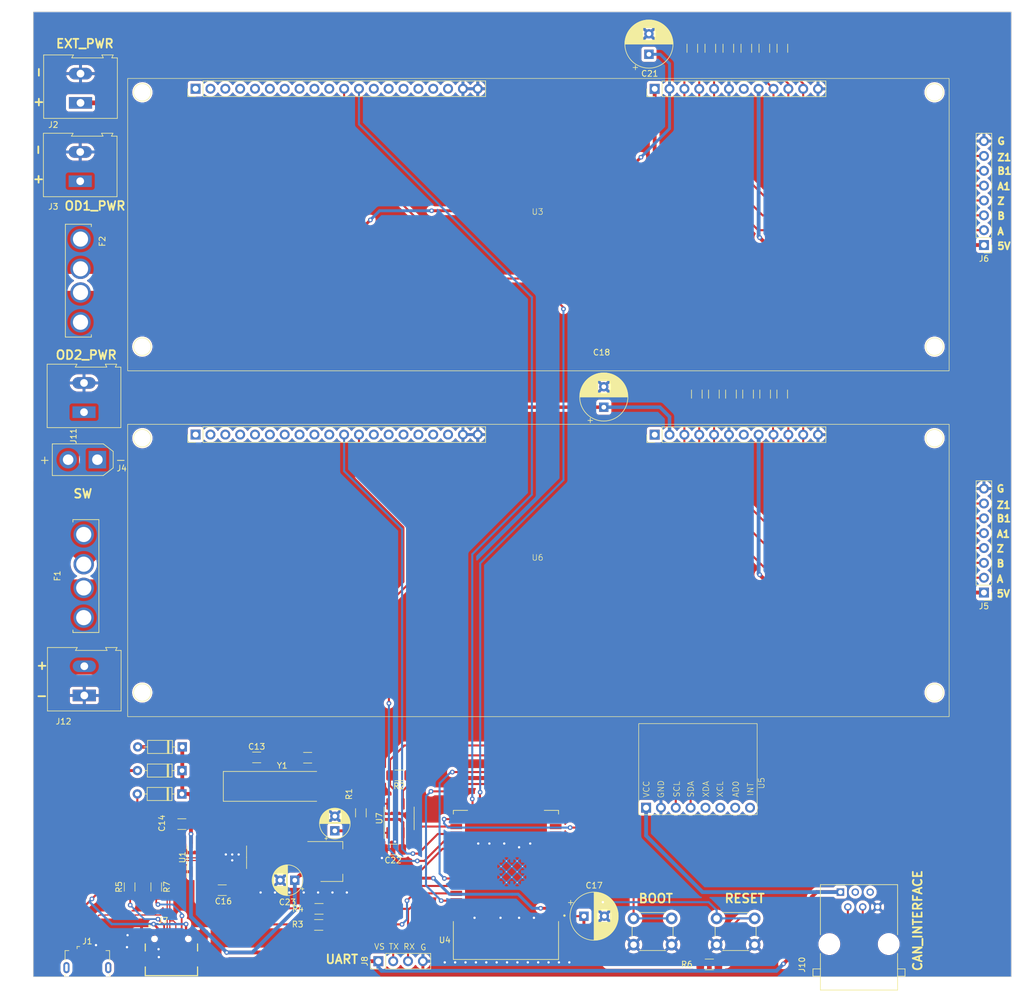
<source format=kicad_pcb>
(kicad_pcb (version 20221018) (generator pcbnew)
  (layers (0 "F.Cu" signal) (31 "B.Cu" signal) (34 "B.Paste" user) (35 "F.Paste" user) (36 "B.SilkS" user "B.Silkscreen") (37 "F.SilkS" user "F.Silkscreen") (38 "B.Mask" user) (39 "F.Mask" user) (44 "Edge.Cuts" user))
  (net 0 "")
  (net 1 "A")
  (net 2 "GND")
  (net 3 "B")
  (net 4 "Z")
  (net 5 "A1")
  (net 6 "B1")
  (net 7 "Z1")
  (net 8 "Net-(U1-XI)")
  (net 9 "VDD")
  (net 10 "VCC")
  (net 11 "Net-(U1-XO)")
  (net 12 "Net-(U1-V3)")
  (net 13 "Net-(U7-Rs)")
  (net 14 "H")
  (net 15 "/onFuse")
  (net 16 "/-")
  (net 17 "/+")
  (net 18 "TXp")
  (net 19 "RXp")
  (net 20 "Net-(U1-TXD)")
  (net 21 "Net-(U1-RXD)")
  (net 22 "EN")
  (net 23 "IO0")
  (net 28 "DTR")
  (net 29 "RST")
  (net 32 "+5V")
  (net 33 "RX1")
  (net 34 "TX1")
  (net 35 "SCL")
  (net 36 "SDA")
  (net 41 "L")
  (net 42 "CANr")
  (net 43 "CANt")
  (net 44 "+3V3")
  (net 46 "A2")
  (net 47 "B2")
  (net 48 "Z2")
  (net 49 "A12")
  (net 50 "B12")
  (net 51 "Z12")
  (net 69 "RX2")
  (net 70 "TX2")
  (net 109 "/fuse1")
  (net 110 "/fuse2")
  (net 112 "Net-(J7-CC2)")
  (net 113 "Net-(J7-CC1)")
  (net 115 "unconnected-(U3-Pad21)")
  (net 117 "+VDC")
  (net 120 "/junction1")
  (net 121 "/junction")
  (net 122 "+5C")
  (footprint "Connector_AMASS:AMASS_XT30UPB-M_1x02_P5.0mm_Vertical" (layer "F.Cu") (at 20.586 92.178 180)
    (fp_text reference "J4")
    (fp_text value "Conn_01x02_Pin" hide)
  )
  (footprint "Capacitor_SMD:C_1206_3216Metric_Pad1.33x1.80mm_HandSolder" (layer "F.Cu") (at 128.5 21.8125 90)
    (fp_text reference "C9" hide)
    (fp_text value "100n")
  )
  (footprint "Capacitor_SMD:C_1206_3216Metric_Pad1.33x1.80mm_HandSolder" (layer "F.Cu") (at 123.108 80.9625 90)
    (fp_text reference "C1" hide)
    (fp_text value "100n" hide)
  )
  (footprint "TerminalBlock:TerminalBlock_Altech_AK300-2_P5.00mm" (layer "F.Cu") (at 18.3 84.05 90)
    (fp_text reference "J11")
    (fp_text value "Screw_Terminal_01x02" hide)
  )
  (footprint "Resistor_SMD:R_1206_3216Metric_Pad1.30x1.75mm_HandSolder" (layer "F.Cu") (at 65.655 152.575 90)
    (fp_text reference "R1")
    (fp_text value "10k")
  )
  (footprint "Package_SO:SOIC-8_3.9x4.9mm_P1.27mm" (layer "F.Cu") (at 72.205 153.525 90)
    (fp_text reference "U7")
    (fp_text value "SN65HVD233")
  )
  (footprint "Capacitor_SMD:C_1206_3216Metric_Pad1.33x1.80mm_HandSolder" (layer "F.Cu") (at 131.871 80.9625 90)
    (fp_text reference "C4" hide)
    (fp_text value "100n" hide)
  )
  (footprint "Connector_PinHeader_2.54mm:PinHeader_1x08_P2.54mm_Vertical" (layer "F.Cu") (at 172.212 55.468 180)
    (fp_text reference "J6")
    (fp_text value "Conn_01x08_Pin" hide)
  )
  (footprint "SnapEDA Library:GCT_USB4110GFA" (layer "F.Cu") (at 33.25 174.1375)
    (fp_text reference "J7")
    (fp_text value "USB4110GFA")
  )
  (footprint "fulse_holder_blade:FUSE_3522-2" (layer "F.Cu") (at 17.33 61.56 -90)
    (fp_text reference "F2")
    (fp_text value "3522-2")
  )
  (footprint "Capacitor_SMD:C_1206_3216Metric_Pad1.33x1.80mm_HandSolder" (layer "F.Cu") (at 125.42 21.8125 90)
    (fp_text reference "C8" hide)
    (fp_text value "100n")
  )
  (footprint "Package_TO_SOT_SMD:SOT-223-3_TabPin2" (layer "F.Cu") (at 60.65 160.9)
    (fp_text reference "U2" hide)
    (fp_text value "AMS1117-3.3")
  )
  (footprint "Capacitor_SMD:C_1206_3216Metric_Pad1.33x1.80mm_HandSolder" (layer "F.Cu") (at 47.8325 143.1)
    (fp_text reference "C13")
    (fp_text value "22pF")
  )
  (footprint "Capacitor_THT:CP_Radial_D5.0mm_P2.50mm" (layer "F.Cu") (at 61.2 155.65 90)
    (fp_text reference "C24" hide)
    (fp_text value "22UF")
  )
  (footprint "MPU6050_MOD:MPU6050_MOD" (layer "F.Cu") (at 123.27 151.6 90)
    (fp_text reference "U5")
    (fp_text value "~")
  )
  (footprint "TerminalBlock:TerminalBlock_Altech_AK300-2_P5.00mm" (layer "F.Cu") (at 17.7 31.15 90)
    (fp_text reference "J2")
    (fp_text value "Screw_Terminal_01x02")
  )
  (footprint "Odrive_shield:Odrive_module_shield" (layer "F.Cu") (at 95.875 50.275)
    (fp_text reference "U3")
    (fp_text value "~")
  )
  (footprint "Capacitor_SMD:C_1206_3216Metric_Pad1.33x1.80mm_HandSolder" (layer "F.Cu") (at 35.0325 154.5 180)
    (fp_text reference "C14")
    (fp_text value "100nF")
  )
  (footprint "Diode_THT:D_DO-35_SOD27_P7.62mm_Horizontal" (layer "F.Cu") (at 35.11 141.3 180)
    (fp_text reference "D3" hide)
    (fp_text value "1N4148" hide)
  )
  (footprint "Capacitor_SMD:C_1206_3216Metric" (layer "F.Cu") (at 41.94 165.8)
    (fp_text reference "C16")
    (fp_text value "100nF")
  )
  (footprint "SnapEDA Library:MODULE_ESP32-WROOM-32" (layer "F.Cu") (at 90.465 164.9 180)
    (fp_text reference "U4")
    (fp_text value "ESP32-WROOM-32")
  )
  (footprint "Capacitor_THT:CP_Radial_D8.0mm_P3.50mm" (layer "F.Cu") (at 107.2 83.2 90)
    (fp_text reference "C18")
    (fp_text value "22UF")
  )
  (footprint "Resistor_SMD:R_1206_3216Metric_Pad1.30x1.75mm_HandSolder" (layer "F.Cu") (at 26.1 165.25 90)
    (fp_text reference "R5")
    (fp_text value "5.1K")
  )
  (footprint "Capacitor_SMD:C_1206_3216Metric_Pad1.33x1.80mm_HandSolder" (layer "F.Cu") (at 128.95 80.9625 90)
    (fp_text reference "C3" hide)
    (fp_text value "100n" hide)
  )
  (footprint "SnapEDA Library:TE_RJ11-6N-B" (layer "F.Cu") (at 147.67 166.13 90)
    (fp_text reference "J10")
    (fp_text value "RJ11-6N-B" hide)
  )
  (footprint "Capacitor_SMD:C_1206_3216Metric_Pad1.33x1.80mm_HandSolder" (layer "F.Cu") (at 137.713 80.9625 90)
    (fp_text reference "C6" hide)
    (fp_text value "100n" hide)
  )
  (footprint "Capacitor_THT:CP_Radial_D8.0mm_P3.50mm" (layer "F.Cu") (at 114.918 22.843349 90)
    (fp_text reference "C21")
    (fp_text value "22UF")
  )
  (footprint "Capacitor_SMD:C_1206_3216Metric_Pad1.33x1.80mm_HandSolder" (layer "F.Cu") (at 131.58 21.8125 90)
    (fp_text reference "C10" hide)
    (fp_text value "100n")
  )
  (footprint "Capacitor_THT:CP_Radial_D5.0mm_P2.50mm" (layer "F.Cu") (at 54.35 164.1 180)
    (fp_text reference "C23")
    (fp_text value "22UF")
  )
  (footprint "Capacitor_SMD:C_1206_3216Metric_Pad1.33x1.80mm_HandSolder" (layer "F.Cu") (at 122.34 21.8125 90)
    (fp_text reference "C7" hide)
    (fp_text value "100n")
  )
  (footprint "Resistor_SMD:R_1206_3216Metric_Pad1.30x1.75mm_HandSolder" (layer "F.Cu") (at 58.44 171.75)
    (fp_text reference "R3")
    (fp_text value "R" hide)
  )
  (footprint "TerminalBlock:TerminalBlock_Altech_AK300-2_P5.00mm" (layer "F.Cu") (at 18.35 132.5 90)
    (fp_text reference "J12")
    (fp_text value "Screw_Terminal_01x02" hide)
  )
  (footprint "Capacitor_SMD:C_1206_3216Metric_Pad1.33x1.80mm_HandSolder" (layer "F.Cu") (at 134.66 21.8125 90)
    (fp_text reference "C11" hide)
    (fp_text value "100n")
  )
  (footprint "Diode_THT:D_DO-35_SOD27_P7.62mm_Horizontal" (layer "F.Cu") (at 35.04 149.35 180)
    (fp_text reference "D1" hide)
    (fp_text value "1N4148" hide)
  )
  (footprint "Capacitor_SMD:C_1206_3216Metric_Pad1.33x1.80mm_HandSolder" (layer "F.Cu") (at 56.55 143.15 180)
    (fp_text reference "C15" hide)
    (fp_text value "22pF")
  )
  (footprint "Button_Switch_THT:SW_PUSH_6mm" (layer "F.Cu") (at 132.995 175.125 180)
    (fp_text reference "SW3" hide)
    (fp_text value "SW_DPST_x2" hide)
  )
  (footprint "Capacitor_SMD:C_1206_3216Metric_Pad1.33x1.80mm_HandSolder" (layer "F.Cu") (at 71.1585 158.846 180)
    (fp_text reference "C22")
    (fp_text value "100n")
  )
  (footprint "Resistor_SMD:R_1206_3216Metric_Pad1.30x1.75mm_HandSolder" (layer "F.Cu") (at 30.65 165.25 -90)
    (fp_text reference "R7")
    (fp_text value "5.1K")
  )
  (footprint "Resistor_SMD:R_1206_3216Metric_Pad1.30x1.75mm_HandSolder" (layer "F.Cu") (at 125.25 178.5 180)
    (fp_text reference "R6")
    (fp_text value "10K")
  )
  (footprint "TerminalBlock:TerminalBlock_Altech_AK300-2_P5.00mm" (layer "F.Cu") (at 17.65 44.55 90)
    (fp_text reference "J3")
    (fp_text value "Screw_Terminal_01x02" hide)
  )
  (footprint "Capacitor_SMD:C_1206_3216Metric_Pad1.33x1.80mm_HandSolder" (layer "F.Cu") (at 126.029 80.9625 90)
    (fp_text reference "C2" hide)
    (fp_text value "100n" hide)
  )
  (footprint "Button_Switch_THT:SW_PUSH_6mm" (layer "F.Cu") (at 112.295 170.625)
    (fp_text reference "SW4" hide)
    (fp_text value "SW_DPST_x2" hide)
  )
  (footprint "fulse_holder_blade:FUSE_3522-2" (layer "F.Cu") (at 18.62 112.08 90)
    (fp_text reference "F1")
    (fp_text value "3522-2")
  )
  (footprint "Connector_PinHeader_2.54mm:PinHeader_1x04_P2.54mm_Vertical" (layer "F.Cu") (at 68.64 177.95 90)
    (fp_text reference "J8")
    (fp_text value "Conn_01x04_Pin" hide)
  )
  (footprint "Odrive_shield:Odrive_module_shield" (layer "F.Cu") (at 95.875 109.425)
    (fp_text reference "U6")
    (fp_text value "~")
  )
  (footprint "Resistor_SMD:R_1206_3216Metric_Pad1.30x1.75mm_HandSolder" (layer "F.Cu") (at 58.49 169)
    (fp_text reference "R4")
    (fp_text value "R" hide)
  )
  (footprint "Diode_THT:D_DO-35_SOD27_P7.62mm_Horizontal" (layer "F.Cu") (at 35.06 145.35 180)
    (fp_text reference "D2" hide)
    (fp_text value "1N4148" hide)
  )
  (footprint "Connector_USB:USB_Micro-B_GCT_USB3076-30-A" (layer "F.Cu") (at 18.875 177.85)
    (fp_text reference "J1")
    (fp_text value "USB_B")
  )
  (footprint "Resistor_SMD:R_1206_3216Metric_Pad1.30x1.75mm_HandSolder" (layer "F.Cu") (at 72.19 146.175 180)
    (fp_text reference "R2")
    (fp_text value "R")
  )
  (footprint "Capacitor_SMD:C_1206_3216Metric_Pad1.33x1.80mm_HandSolder" (layer "F.Cu") (at 137.74 21.8125 90)
    (fp_text reference "C12" hide)
    (fp_text value "100n")
  )
  (footprint "Package_SO:SOIC-16_3.9x9.9mm_P1.27mm" (layer "F.Cu") (at 41.045 160.175 90)
    (fp_text reference "U1")
    (fp_text value "CH340G")
  )
  (footprint "Crystal:Crystal_SMD_HC49-SD_HandSoldering" (layer "F.Cu") (at 52.2 148.05)
    (fp_text reference "Y1")
    (fp_text value "Crystal")
  )
  (footprint "Capacitor_THT:CP_Radial_D8.0mm_P3.50mm" (layer "F.Cu") (at 103.797349 170.25)
    (fp_text reference "C17")
    (fp_text value "22UF")
  )
  (footprint "Capacitor_SMD:C_1206_3216Metric_Pad1.33x1.80mm_HandSolder" (layer "F.Cu") (at 134.792 80.9625 90)
    (fp_text reference "C5" hide)
    (fp_text value "100n" hide)
  )
  (footprint "Connector_PinHeader_2.54mm:PinHeader_1x08_P2.54mm_Vertical" (layer "F.Cu") (at 172.212 114.904 180)
    (fp_text reference "J5")
    (fp_text value "Conn_01x08_Pin" hide)
  )
  (gr_rect (start 9.6395 15.59) (end 176.9045 180.611) (stroke (width 0.1)) (fill none) (layer "Edge.Cuts"))
  (gr_text "A" (at 174.35 53.85) (layer "F.SilkS") (effects (font (size 1.2 1.2) (thickness 0.3) bold) (justify left bottom)))
  (gr_text "G" (at 174.35 38.4) (layer "F.SilkS") (effects (font (size 1.2 1.2) (thickness 0.3) bold) (justify left bottom)))
  (gr_text "VS" (at 67.85 176.05) (layer "F.SilkS") (effects (font (size 1 1) (thickness 0.125)) (justify left bottom)))
  (gr_text "+" (at 11.35 32.15 90) (layer "F.SilkS") (effects (font (size 1.5 1.5) (thickness 0.3) bold) (justify left bottom)))
  (gr_text "RESET" (at 127.7 168.1) (layer "F.SilkS") (effects (font (size 1.5 1.5) (thickness 0.3) bold) (justify left bottom)))
  (gr_text "CAN_INTERFACE\n" (at 161.75 179.8 90) (layer "F.SilkS") (effects (font (size 1.5 1.5) (thickness 0.3) bold) (justify left bottom)))
  (gr_text "Z1" (at 174.35 41.2) (layer "F.SilkS") (effects (font (size 1.2 1.2) (thickness 0.3) bold) (justify left bottom)))
  (gr_text "-" (at 11.35 27.05 90) (layer "F.SilkS") (effects (font (size 1.5 1.5) (thickness 0.3) bold) (justify left bottom)))
  (gr_text "+" (at 10 128.2) (layer "F.SilkS") (effects (font (size 1.5 1.5) (thickness 0.3) bold) (justify left bottom)))
  (gr_text "G" (at 75.75 176.15) (layer "F.SilkS") (effects (font (size 1 1) (thickness 0.125)) (justify left bottom)))
  (gr_text "UART\n" (at 59.45 178.5) (layer "F.SilkS") (effects (font (size 1.5 1.5) (thickness 0.3) bold) (justify left bottom)))
  (gr_text "A1" (at 174.25 105.6) (layer "F.SilkS") (effects (font (size 1.2 1.2) (thickness 0.3) bold) (justify left bottom)))
  (gr_text "5V" (at 174.25 115.8) (layer "F.SilkS") (effects (font (size 1.2 1.2) (thickness 0.3) bold) (justify left bottom)))
  (gr_text "-" (at 11.25 40.3 90) (layer "F.SilkS") (effects (font (size 1.5 1.5) (thickness 0.3) bold) (justify left bottom)))
  (gr_text "RX" (at 72.85 176.05) (layer "F.SilkS") (effects (font (size 1 1) (thickness 0.125)) (justify left bottom)))
  (gr_text "OD2_PWR" (at 13.3 75.15) (layer "F.SilkS") (effects (font (size 1.5 1.5) (thickness 0.3) bold) (justify left bottom)))
  (gr_text "-" (at 9.95 133.4) (layer "F.SilkS") (effects (font (size 1.5 1.5) (thickness 0.3) bold) (justify left bottom)))
  (gr_text "A" (at 174.25 113.3) (layer "F.SilkS") (effects (font (size 1.2 1.2) (thickness 0.3) bold) (justify left bottom)))
  (gr_text "B" (at 174.35 51.2) (layer "F.SilkS") (effects (font (size 1.2 1.2) (thickness 0.3) bold) (justify left bottom)))
  (gr_text "G" (at 174.25 97.85) (layer "F.SilkS") (effects (font (size 1.2 1.2) (thickness 0.3) bold) (justify left bottom)))
  (gr_text "Z1" (at 174.25 100.65) (layer "F.SilkS") (effects (font (size 1.2 1.2) (thickness 0.3) bold) (justify left bottom)))
  (gr_text "BOOT" (at 113 168.1) (layer "F.SilkS") (effects (font (size 1.5 1.5) (thickness 0.3) bold) (justify left bottom)))
  (gr_text "EXT_PWR" (at 13.35 21.9) (layer "F.SilkS") (effects (font (size 1.5 1.5) (thickness 0.3) bold) (justify left bottom)))
  (gr_text "B" (at 174.25 110.65) (layer "F.SilkS") (effects (font (size 1.2 1.2) (thickness 0.3) bold) (justify left bottom)))
  (gr_text "Z" (at 174.35 48.65) (layer "F.SilkS") (effects (font (size 1.2 1.2) (thickness 0.3) bold) (justify left bottom)))
  (gr_text "5V" (at 174.35 56.35) (layer "F.SilkS") (effects (font (size 1.2 1.2) (thickness 0.3) bold) (justify left bottom)))
  (gr_text "B1" (at 174.25 102.95) (layer "F.SilkS") (effects (font (size 1.2 1.2) (thickness 0.3) bold) (justify left bottom)))
  (gr_text "B1" (at 174.35 43.5) (layer "F.SilkS") (effects (font (size 1.2 1.2) (thickness 0.3) bold) (justify left bottom)))
  (gr_text "+" (at 11.3 45.35 90) (layer "F.SilkS") (effects (font (size 1.5 1.5) (thickness 0.3) bold) (justify left bottom)))
  (gr_text "Z" (at 174.25 108.1) (layer "F.SilkS") (effects (font (size 1.2 1.2) (thickness 0.3) bold) (justify left bottom)))
  (gr_text "TX" (at 70.35 176.05) (layer "F.SilkS") (effects (font (size 1 1) (thickness 0.125)) (justify left bottom)))
  (gr_text "OD1_PWR" (at 14.8 49.65) (layer "F.SilkS") (effects (font (size 1.5 1.5) (thickness 0.3) bold) (justify left bottom)))
  (gr_text "A1" (at 174.35 46.15) (layer "F.SilkS") (effects (font (size 1.2 1.2) (thickness 0.3) bold) (justify left bottom)))
  (segment (start 120.98 87.9) (end 120.98 96.946) (width 0.35) (layer "F.Cu") (net 1))
  (segment (start 136.398 112.364) (end 172.212 112.364) (width 0.35) (layer "F.Cu") (net 1))
  (segment (start 123.108 83.744) (end 120.98 85.872) (width 0.35) (layer "F.Cu") (net 1))
  (segment (start 123.108 82.525) (end 123.108 83.744) (width 0.35) (layer "F.Cu") (net 1))
  (segment (start 120.98 85.872) (end 120.98 87.9) (width 0.35) (layer "F.Cu") (net 1))
  (segment (start 120.98 96.946) (end 136.398 112.364) (width 0.35) (layer "F.Cu") (net 1))
  (segment (start 71.57 156) (end 71.57 157.43) (width 0.35) (layer "F.Cu") (net 2))
  (segment (start 20.175 175.375) (end 20.35 175.2) (width 0.4) (layer "F.Cu") (net 2))
  (segment (start 30.05 173.0625) (end 28.715 173.0625) (width 0.4) (layer "F.Cu") (net 2))
  (segment (start 69.596 159.954) (end 69.25 160.3) (width 0.35) (layer "F.Cu") (net 2))
  (segment (start 71.57 157.43) (end 71.5 157.5) (width 0.35) (layer "F.Cu") (net 2))
  (segment (start 20.175 176.4) (end 20.175 175.375) (width 0.4) (layer "F.Cu") (net 2))
  (segment (start 19.525 176.4) (end 20.175 176.4) (width 0.4) (layer "F.Cu") (net 2))
  (segment (start 36.45 173.0625) (end 37.785 173.0625) (width 0.35) (layer "F.Cu") (net 2))
  (segment (start 69.596 158.846) (end 69.596 159.954) (width 0.35) (layer "F.Cu") (net 2))
  (segment (start 28.715 173.0625) (end 28.14 173.6375) (width 0.4) (layer "F.Cu") (net 2))
  (segment (start 37.785 173.0625) (end 38.36 173.6375) (width 0.35) (layer "F.Cu") (net 2))
  (via (at 94.2 178.15) (size 0.8) (drill 0.4) (layers "F.Cu" "B.Cu") (net 2))
  (via (at 60.791665 166.2) (size 0.8) (drill 0.4) (layers "F.Cu" "B.Cu") (net 2))
  (via (at 25.65 175.55) (size 0.8) (drill 0.4) (layers "F.Cu" "B.Cu") (net 2))
  (via (at 87.1 178.15) (size 0.8) (drill 0.4) (layers "F.Cu" "B.Cu") (net 2))
  (via (at 69.25 160.3) (size 0.8) (drill 0.4) (layers "F.Cu" "B.Cu") (net 2))
  (via (at 80 178.15) (size 0.8) (drill 0.4) (layers "F.Cu" "B.Cu") (net 2))
  (via (at 43.65 159.7) (size 0.8) (drill 0.4) (layers "F.Cu" "B.Cu") (net 2))
  (via (at 48.5 166.2) (size 0.8) (drill 0.4) (layers "F.Cu" "B.Cu") (net 2))
  (via (at 25.75 173.5) (size 0.8) (drill 0.4) (layers "F.Cu" "B.Cu") (net 2))
  (via (at 92.71 170.53) (size 0.8) (drill 0.4) (layers "F.Cu" "B.Cu") (net 2))
  (via (at 92.71 158.465) (size 0.8) (drill 0.4) (layers "F.Cu" "B.Cu") (net 2))
  (via (at 95.25 170.53) (size 0.8) (drill 0.4) (layers "F.Cu" "B.Cu") (net 2))
  (via (at 31.1 177.25) (size 0.8) (drill 0.4) (layers "F.Cu" "B.Cu") (net 2))
  (via (at 50.958333 166.2) (size 0.8) (drill 0.4) (layers "F.Cu" "B.Cu") (net 2))
  (via (at 88.875 178.15) (size 0.8) (drill 0.4) (layers "F.Cu" "B.Cu") (net 2))
  (via (at 83.55 178.15) (size 0.8) (drill 0.4) (layers "F.Cu" "B.Cu") (net 2))
  (via (at 90.65 178.15) (size 0.8) (drill 0.4) (layers "F.Cu" "B.Cu") (net 2))
  (via (at 42.554589 159.694034) (size 0.8) (drill 0.4) (layers "F.Cu" "B.Cu") (net 2))
  (via (at 85.325 178.15) (size 0.8) (drill 0.4) (layers "F.Cu" "B.Cu") (net 2))
  (via (at 55.874999 166.2) (size 0.8) (drill 0.4) (layers "F.Cu" "B.Cu") (net 2))
  (via (at 53.416666 166.2) (size 0.8) (drill 0.4) (layers "F.Cu" "B.Cu") (net 2))
  (via (at 92.425 178.15) (size 0.8) (drill 0.4) (layers "F.Cu" "B.Cu") (net 2))
  (via (at 63.25 166.2) (size 0.8) (drill 0.4) (layers "F.Cu" "B.Cu") (net 2))
  (via (at 85.725 157.83) (size 0.8) (drill 0.4) (layers "F.Cu" "B.Cu") (net 2))
  (via (at 85.09 170.53) (size 0.8) (drill 0.4) (layers "F.Cu" "B.Cu") (net 2))
  (via (at 71.5 157.5) (size 0.8) (drill 0.4) (layers "F.Cu" "B.Cu") (net 2))
  (via (at 97.75 178.15) (size 0.8) (drill 0.4) (layers "F.Cu" "B.Cu") (net 2))
  (via (at 31.05 175.9) (size 0.8) (drill 0.4) (layers "F.Cu" "B.Cu") (net 2))
  (via (at 87.63 157.83) (size 0.8) (drill 0.4) (layers "F.Cu" "B.Cu") (net 2))
  (via (at 43.65 160.7) (size 0.8) (drill 0.4) (layers "F.Cu" "B.Cu") (net 2))
  (via (at 58.333332 166.2) (size 0.8) (drill 0.4) (layers "F.Cu" "B.Cu") (net 2))
  (via (at 20.35 175.2) (size 0.8) (drill 0.4) (layers "F.Cu" "B.Cu") (net 2))
  (via (at 99.525 178.15) (size 0.8) (drill 0.4) (layers "F.Cu" "B.Cu") (net 2))
  (via (at 95.975 178.15) (size 0.8) (drill 0.4) (layers "F.Cu" "B.Cu") (net 2))
  (via (at 101.3 178.15) (size 0.8) (drill 0.4) (layers "F.Cu" "B.Cu") (net 2))
  (via (at 90.17 157.83) (size 0.8) (drill 0.4) (layers "F.Cu" "B.Cu") (net 2))
  (via (at 94.615 157.83) (size 0.8) (drill 0.4) (layers "F.Cu" "B.Cu") (net 2))
  (via (at 81.775 178.15) (size 0.8) (drill 0.4) (layers "F.Cu" "B.Cu") (net 2))
  (via (at 44.75 159.7) (size 0.8) (drill 0.4) (layers "F.Cu" "B.Cu") (net 2))
  (via (at 89.535 170.53) (size 0.8) (drill 0.4) (layers "F.Cu" "B.Cu") (net 2))
  (segment (start 126.029 83.617) (end 123.52 86.126) (width 0.35) (layer "F.Cu") (net 3))
  (segment (start 137.922 109.824) (end 172.212 109.824) (width 0.35) (layer "F.Cu") (net 3))
  (segment (start 126.029 82.525) (end 126.029 83.617) (width 0.35) (layer "F.Cu") (net 3))
  (segment (start 123.52 86.126) (end 123.52 87.9) (width 0.35) (layer "F.Cu") (net 3))
  (segment (start 123.52 87.9) (end 123.52 95.422) (width 0.35) (layer "F.Cu") (net 3))
  (segment (start 123.52 95.422) (end 137.922 109.824) (width 0.35) (layer "F.Cu") (net 3))
  (segment (start 126.06 94.152) (end 139.192 107.284) (width 0.35) (layer "F.Cu") (net 4))
  (segment (start 128.222 84.678) (end 127.072 84.678) (width 0.35) (layer "F.Cu") (net 4))
  (segment (start 126.06 85.69) (end 126.06 87.9) (width 0.35) (layer "F.Cu") (net 4))
  (segment (start 128.95 82.525) (end 128.95 83.95) (width 0.35) (layer "F.Cu") (net 4))
  (segment (start 127.072 84.678) (end 126.06 85.69) (width 0.35) (layer "F.Cu") (net 4))
  (segment (start 126.06 87.9) (end 126.06 94.152) (width 0.35) (layer "F.Cu") (net 4))
  (segment (start 139.192 107.284) (end 172.212 107.284) (width 0.35) (layer "F.Cu") (net 4))
  (segment (start 128.95 83.95) (end 128.222 84.678) (width 0.35) (layer "F.Cu") (net 4))
  (segment (start 131.871 82.525) (end 131.871 84.215) (width 0.35) (layer "F.Cu") (net 5))
  (segment (start 131.871 84.215) (end 133.096 85.44) (width 0.35) (layer "F.Cu") (net 5))
  (segment (start 136.22 93.39) (end 147.574 104.744) (width 0.35) (layer "F.Cu") (net 5))
  (segment (start 135.382 85.44) (end 136.144 86.202) (width 0.35) (layer "F.Cu") (net 5))
  (segment (start 133.096 85.44) (end 135.382 85.44) (width 0.35) (layer "F.Cu") (net 5))
  (segment (start 136.22 87.9) (end 136.22 93.39) (width 0.35) (layer "F.Cu") (net 5))
  (segment (start 136.144 86.202) (end 136.144 87.824) (width 0.35) (layer "F.Cu") (net 5))
  (segment (start 147.574 104.744) (end 172.212 104.744) (width 0.35) (layer "F.Cu") (net 5))
  (segment (start 136.144 87.824) (end 136.22 87.9) (width 0.35) (layer "F.Cu") (net 5))
  (segment (start 138.76 87.9) (end 138.76 92.628) (width 0.35) (layer "F.Cu") (net 6))
  (segment (start 138.76 85.77) (end 138.76 87.9) (width 0.35) (layer "F.Cu") (net 6))
  (segment (start 135.382 84.424) (end 137.414 84.424) (width 0.35) (layer "F.Cu") (net 6))
  (segment (start 134.792 83.834) (end 135.382 84.424) (width 0.35) (layer "F.Cu") (net 6))
  (segment (start 138.76 92.628) (end 148.336 102.204) (width 0.35) (layer "F.Cu") (net 6))
  (segment (start 134.792 82.525) (end 134.792 83.834) (width 0.35) (layer "F.Cu") (net 6))
  (segment (start 148.336 102.204) (end 172.212 102.204) (width 0.35) (layer "F.Cu") (net 6))
  (segment (start 137.414 84.424) (end 138.76 85.77) (width 0.35) (layer "F.Cu") (net 6))
  (segment (start 141.3 83.738) (end 141.3 87.9) (width 0.35) (layer "F.Cu") (net 7))
  (segment (start 141.3 87.9) (end 141.3 92.12) (width 0.35) (layer "F.Cu") (net 7))
  (segment (start 148.844 99.664) (end 172.212 99.664) (width 0.35) (layer "F.Cu") (net 7))
  (segment (start 137.713 82.525) (end 140.087 82.525) (width 0.35) (layer "F.Cu") (net 7))
  (segment (start 141.3 92.12) (end 148.844 99.664) (width 0.35) (layer "F.Cu") (net 7))
  (segment (start 140.087 82.525) (end 141.3 83.738) (width 0.35) (layer "F.Cu") (net 7))
  (segment (start 46.325 152.875) (end 47.69 154.24) (width 0.35) (layer "F.Cu") (net 8))
  (segment (start 46.2625 148.05) (end 46.325 148.1125) (width 0.35) (layer "F.Cu") (net 8))
  (segment (start 46.27 143.1) (end 46.325 143.155) (width 0.35) (layer "F.Cu") (net 8))
  (segment (start 46.325 147.9875) (end 46.2625 148.05) (width 0.35) (layer "F.Cu") (net 8))
  (segment (start 47.69 158.05) (end 44.22 161.52) (width 0.35) (layer "F.Cu") (net 8))
  (segment (start 46.325 143.155) (end 46.325 147.9875) (width 0.35) (layer "F.Cu") (net 8))
  (segment (start 46.325 148.1125) (end 46.325 152.875) (width 0.35) (layer "F.Cu") (net 8))
  (segment (start 44.22 161.52) (end 44.22 162.65) (width 0.35) (layer "F.Cu") (net 8))
  (segment (start 47.69 154.24) (end 47.69 158.05) (width 0.35) (layer "F.Cu") (net 8))
  (segment (start 31.3 80.8) (end 28 84.1) (width 0.8) (layer "F.Cu") (net 9))
  (segment (start 28 84.1) (end 27.978 84.078) (width 0.8) (layer "F.Cu") (net 9))
  (segment (start 31.3 38.6) (end 31.3 80.8) (width 0.8) (layer "F.Cu") (net 9))
  (segment (start 18.328 84.078) (end 18.3 84.05) (width 0.8) (layer "F.Cu") (net 9))
  (segment (start 17.7 31.15) (end 23.85 31.15) (width 0.8) (layer "F.Cu") (net 9))
  (segment (start 23.85 31.15) (end 31.3 38.6) (width 0.8) (layer "F.Cu") (net 9))
  (segment (start 27.978 84.078) (end 18.328 84.078) (width 0.8) (layer "F.Cu") (net 9))
  (segment (start 142.748 173.578) (end 137.922 178.404) (width 0.65) (layer "F.Cu") (net 10))
  (segment (start 42.7 176.45) (end 54.3 176.45) (width 0.65) (layer "F.Cu") (net 10))
  (segment (start 147.67 166.13) (end 143.592 166.13) (width 0.65) (layer "F.Cu") (net 10))
  (segment (start 35.11 141.3) (end 35.11 149.28) (width 0.65) (layer "F.Cu") (net 10))
  (segment (start 55.8 177.95) (end 68.64 177.95) (width 0.65) (layer "F.Cu") (net 10))
  (segment (start 36.595 149.655) (end 36.595 154.5) (width 0.65) (layer "F.Cu") (net 10))
  (segment (start 54.3 176.45) (end 55.8 177.95) (width 0.65) (layer "F.Cu") (net 10))
  (segment (start 142.748 166.974) (end 142.748 173.578) (width 0.65) (layer "F.Cu") (net 10))
  (segment (start 36.595 157.695) (end 36.6 157.7) (width 0.65) (layer "F.Cu") (net 10))
  (segment (start 36.595 156.2) (end 36.595 157.695) (width 0.65) (layer "F.Cu") (net 10))
  (segment (start 36.29 149.35) (end 36.595 149.655) (width 0.65) (layer "F.Cu") (net 10))
  (segment (start 36.595 154.5) (end 36.595 156.2) (width 0.65) (layer "F.Cu") (net 10))
  (segment (start 55.25 163.2) (end 54.35 164.1) (width 0.65) (layer "F.Cu") (net 10))
  (segment (start 143.592 166.13) (end 142.748 166.974) (width 0.65) (layer "F.Cu") (net 10))
  (segment (start 35.11 149.28) (end 35.04 149.35) (width 0.65) (layer "F.Cu") (net 10))
  (segment (start 57.5 163.2) (end 55.25 163.2) (width 0.65) (layer "F.Cu") (net 10))
  (segment (start 35.04 149.35) (end 36.29 149.35) (width 0.65) (layer "F.Cu") (net 10))
  (via (at 137.922 178.404) (size 0.8) (drill 0.4) (layers "F.Cu" "B.Cu") (net 10))
  (via (at 42.7 176.45) (size 0.8) (drill 0.4) (layers "F.Cu" "B.Cu") (net 10))
  (via (at 36.595 156.2) (size 0.8) (drill 0.4) (layers "F.Cu" "B.Cu") (net 10))
  (segment (start 36.59 170.34) (end 36.59 156.205) (width 0.65) (layer "B.Cu") (net 10))
  (segment (start 69.2 179.6) (end 68.64 179.04) (width 0.65) (layer "B.Cu") (net 10))
  (segment (start 124.08 166.13) (end 147.67 166.13) (width 0.65) (layer "B.Cu") (net 10))
  (segment (start 47.1 176.45) (end 54.35 169.2) (width 0.65) (layer "B.Cu") (net 10))
  (segment (start 42.7 176.45) (end 47.1 176.45) (width 0.65) (layer "B.Cu") (net 10))
  (segment (start 36.59 156.205) (end 36.595 156.2) (width 0.65) (layer "B.Cu") (net 10))
  (segment (start 54.35 169.2) (end 54.35 164.1) (width 0.65) (layer "B.Cu") (net 10))
  (segment (start 68.64 179.04) (end 68.64 177.95) (width 0.65) (layer "B.Cu") (net 10))
  (segment (start 114.43 151.7) (end 114.43 156.48) (width 0.65) (layer "B.Cu") (net 10))
  (segment (start 137.922 178.404) (end 136.726 179.6) (width 0.65) (layer "B.Cu") (net 10))
  (segment (start 42.7 176.45) (end 36.59 170.34) (width 0.65) (layer "B.Cu") (net 10))
  (segment (start 114.43 156.48) (end 124.08 166.13) (width 0.65) (layer "B.Cu") (net 10))
  (segment (start 136.726 179.6) (end 69.2 179.6) (width 0.65) (layer "B.Cu") (net 10))
  (segment (start 58.2 148.1125) (end 58.2 152.85) (width 0.35) (layer "F.Cu") (net 11))
  (segment (start 58.1375 148.05) (end 58.2 148.1125) (width 0.35) (layer "F.Cu") (net 11))
  (segment (start 46.54 160.25) (end 45.49 161.3) (width 0.35) (layer "F.Cu") (net 11))
  (segment (start 58.1125 143.15) (end 58.2 143.2375) (width 0.35) (layer "F.Cu") (net 11))
  (segment (start 50.8 160.25) (end 46.54 160.25) (width 0.35) (layer "F.Cu") (net 11))
  (segment (start 58.2 147.9875) (end 58.1375 148.05) (width 0.35) (layer "F.Cu") (net 11))
  (segment (start 45.49 161.3) (end 45.49 162.65) (width 0.35) (layer "F.Cu") (net 11))
  (segment (start 58.2 143.2375) (end 58.2 147.9875) (width 0.35) (layer "F.Cu") (net 11))
  (segment (start 58.2 152.85) (end 50.8 160.25) (width 0.35) (layer "F.Cu") (net 11))
  (segment (start 40.465 165.8) (end 40.39 165.725) (width 0.55) (layer "F.Cu") (net 12))
  (segment (start 40.39 165.725) (end 40.39 162.67) (width 0.55) (layer "F.Cu") (net 12))
  (segment (start 40.39 162.67) (end 40.41 162.65) (width 0.55) (layer "F.Cu") (net 12))
  (segment (start 65.655 151.025) (end 70.275 151.025) (width 0.35) (layer "F.Cu") (net 13))
  (segment (start 70.275 151.025) (end 70.3 151.05) (width 0.35) (layer "F.Cu") (net 13))
  (segment (start 158.6 164.55) (end 135.1 141.05) (width 0.35) (layer "F.Cu") (net 14))
  (segment (start 148.94 168.67) (end 148.94 170.24) (width 0.35) (layer "F.Cu") (net 14))
  (segment (start 71.57 151.05) (end 71.57 148.83) (width 0.35) (layer "F.Cu") (net 14))
  (segment (start 70.64 147.9) (end 70.64 146.175) (width 0.35) (layer "F.Cu") (net 14))
  (segment (start 73.1 141.05) (end 70.64 143.51) (width 0.35) (layer "F.Cu") (net 14))
  (segment (start 70.64 143.51) (end 70.64 146.175) (width 0.35) (layer "F.Cu") (net 14))
  (segment (start 148.94 170.24) (end 151 172.3) (width 0.35) (layer "F.Cu") (net 14))
  (segment (start 135.1 141.05) (end 73.1 141.05) (width 0.35) (layer "F.Cu") (net 14))
  (segment (start 71.57 148.83) (end 70.64 147.9) (width 0.35) (layer "F.Cu") (net 14))
  (segment (start 158.6 170.5) (end 158.6 164.55) (width 0.35) (layer "F.Cu") (net 14))
  (segment (start 151 172.3) (end 156.8 172.3) (width 0.35) (layer "F.Cu") (net 14))
  (segment (start 156.8 172.3) (end 158.6 170.5) (width 0.35) (layer "F.Cu") (net 14))
  (segment (start 32.475 170.05) (end 32.525 170.1) (width 0.2) (layer "F.Cu") (net 16))
  (segment (start 34.0468 160.275) (end 42.165 160.275) (width 0.2) (layer "F.Cu") (net 16))
  (segment (start 33.5 173.0625) (end 33.5 174.4) (width 0.2) (layer "F.Cu") (net 16))
  (segment (start 32.75 174.6) (end 32.5 174.35) (width 0.2) (layer "F.Cu") (net 16))
  (segment (start 32.5 174.35) (end 32.5 173.0625) (width 0.2) (layer "F.Cu") (net 16))
  (segment (start 32.525 169.9) (end 32.525 161.7968) (width 0.2) (layer "F.Cu") (net 16))
  (segment (start 20.9 170.05) (end 32.475 170.05) (width 0.2) (layer "F.Cu") (net 16))
  (segment (start 32.525 170.1) (end 32.525 169.9) (width 0.2) (layer "F.Cu") (net 16))
  (segment (start 32.525 172.174999) (end 32.525 169.9) (width 0.2) (layer "F.Cu") (net 16))
  (segment (start 32.5 173.0625) (end 32.5 172.199999) (width 0.2) (layer "F.Cu") (net 16))
  (segment (start 42.95 161.06) (end 42.95 162.65) (width 0.2) (layer "F.Cu") (net 16))
  (segment (start 18.225 176.4) (end 18.225 172.725) (width 0.2) (layer "F.Cu") (net 16))
  (segment (start 33.3 174.6) (end 32.75 174.6) (width 0.2) (layer "F.Cu") (net 16))
  (segment (start 42.165 160.275) (end 42.95 161.06) (width 0.2) (layer "F.Cu") (net 16))
  (segment (start 33.5 174.4) (end 33.3 174.6) (width 0.2) (layer "F.Cu") (net 16))
  (segment (start 32.525 161.7968) (end 34.0468 160.275) (width 0.2) (layer "F.Cu") (net 16))
  (segment (start 32.5 172.199999) (end 32.525 172.174999) (width 0.2) (layer "F.Cu") (net 16))
  (segment (start 18.225 172.725) (end 20.9 170.05) (width 0.2) (layer "F.Cu") (net 16))
  (segment (start 33 173.0625) (end 33 172.199999) (width 0.2) (layer "F.Cu") (net 17))
  (segment (start 34.2332 160.725) (end 41.449314 160.725) (width 0.2) (layer "F.Cu") (net 17))
  (segment (start 34 171.45) (end 33.6 171.05) (width 0.2) (layer "F.Cu") (net 17))
  (segment (start 33.6 171.05) (end 33.025 171.05) (width 0.2) (layer "F.Cu") (net 17))
  (segment (start 31.55 179.7) (end 25.55 179.7) (width 0.2) (layer "F.Cu") (net 17))
  (segment (start 32.975 172.174999) (end 32.975 171) (width 0.2) (layer "F.Cu") (net 17))
  (segment (start 34 177.25) (end 31.55 179.7) (width 0.2) (layer "F.Cu") (net 17))
  (segment (start 25.55 179.7) (end 24.375 178.525) (width 0.2) (layer "F.Cu") (net 17))
  (segment (start 32.975 171) (end 32.975 161.9832) (width 0.2) (layer "F.Cu") (net 17))
  (segment (start 34 173.0625) (end 34 171.45) (width 0.2) (layer "F.Cu") (net 17))
  (segment (start 32.975 161.9832) (end 34.2332 160.725) (width 0.2) (layer "F.Cu") (net 17))
  (segment (start 41.68 160.955686) (end 41.68 162.65) (width 0.2) (layer "F.Cu") (net 17))
  (segment (start 24.375 174.675) (end 23.35 173.65) (width 0.2) (layer "F.Cu") (net 17))
  (segment (start 41.449314 160.725) (end 41.68 160.955686) (width 0.2) (layer "F.Cu") (net 17))
  (segment (start 33 172.199999) (end 32.975 172.174999) (width 0.2) (layer "F.Cu") (net 17))
  (segment (start 33.025 171.05) (end 32.975 171) (width 0.2) (layer "F.Cu") (net 17))
  (segment (start 20 173.65) (end 18.875 174.775) (width 0.2) (layer "F.Cu") (net 17))
  (segment (start 34 173.0625) (end 34 177.25) (width 0.2) (layer "F.Cu") (net 17))
  (segment (start 24.375 178.525) (end 24.375 174.675) (width 0.2) (layer "F.Cu") (net 17))
  (segment (start 18.875 174.775) (end 18.875 176.4) (width 0.2) (layer "F.Cu") (net 17))
  (segment (start 23.35 173.65) (end 20 173.65) (width 0.2) (layer "F.Cu") (net 17))
  (segment (start 71.18 177.95) (end 71.18 171.71) (width 0.35) (layer "F.Cu") (net 18))
  (segment (start 60.09 171.65) (end 59.99 171.75) (width 0.35) (layer "F.Cu") (net 18))
  (segment (start 81.965 165.08) (end 76.06 165.08) (width 0.35) (layer "F.Cu") (net 18))
  (segment (start 72.69 171.65) (end 71.24 171.65) (width 0.35) (layer "F.Cu") (net 18))
  (segment (start 71.18 171.71) (end 71.24 171.65) (width 0.35) (layer "F.Cu") (net 18))
  (segment (start 76.06 165.08) (end 73.54 167.6) (width 0.35) (layer "F.Cu") (net 18))
  (segment (start 71.24 171.65) (end 60.09 171.65) (width 0.35) (layer "F.Cu") (net 18))
  (via (at 73.54 167.6) (size 0.8) (drill 0.4) (layers "F.Cu" "B.Cu") (net 18))
  (via (at 72.69 171.65) (size 0.8) (drill 0.4) (layers "F.Cu" "B.Cu") (net 18))
  (segment (start 72.69 171.65) (end 73.54 170.8) (width 0.35) (layer "B.Cu") (net 18))
  (segment (start 73.54 170.8) (end 73.54 167.6) (width 0.35) (layer "B.Cu") (net 18))
  (segment (start 73.72 177.95) (end 73.72 169.03) (width 0.35) (layer "F.Cu") (net 19))
  (segment (start 73.69 169) (end 73.94 169) (width 0.35) (layer "F.Cu") (net 19))
  (segment (start 60.04 169) (end 73.69 169) (width 0.35) (layer "F.Cu") (net 19))
  (segment (start 73.94 169) (end 76.59 166.35) (width 0.35) (layer "F.Cu") (net 19))
  (segment (start 73.72 169.03) (end 73.69 169) (width 0.35) (layer "F.Cu") (net 19))
  (segment (start 76.59 166.35) (end 81.965 166.35) (width 0.35) (layer "F.Cu") (net 19))
  (segment (start 41.89 171.65) (end 37.87 167.63) (width 0.35) (layer "F.Cu") (net 20))
  (segment (start 56.79 171.65) (end 41.89 171.65) (width 0.35) (layer "F.Cu") (net 20))
  (segment (start 37.87 167.63) (end 37.87 162.65) (width 0.35) (layer "F.Cu") (net 20))
  (segment (start 56.89 171.75) (end 56.79 171.65) (width 0.35) (layer "F.Cu") (net 20))
  (segment (start 41.09 168.9) (end 56.84 168.9) (width 0.35) (layer "F.Cu") (net 21))
  (segment (start 39.14 162.65) (end 39.14 166.95) (width 0.35) (layer "F.Cu") (net 21))
  (segment (start 56.84 168.9) (end 56.94 169) (width 0.35) (layer "F.Cu") (net 21))
  (segment (start 39.14 166.95) (end 41.09 168.9) (width 0.35) (layer "F.Cu") (net 21))
  (segment (start 104.54 167.62) (end 104.745 167.825) (width 0.35) (layer "F.Cu") (net 22))
  (segment (start 130.461 170.625) (end 132.995 170.625) (width 0.35) (layer "F.Cu") (net 22))
  (segment (start 104.77 167.85) (end 104.745 167.825) (width 0.35) (layer "F.Cu") (net 22))
  (segment (start 98.965 167.62) (end 104.54 167.62) (width 0.35) (layer "F.Cu") (net 22))
  (segment (start 128.174 178.5) (end 129.54 177.134) (width 0.35) (layer "F.Cu") (net 22))
  (segment (start 129.54 177.134) (end 129.54 171.546) (width 0.35) (layer "F.Cu") (net 22))
  (segment (start 129.54 171.546) (end 130.461 170.625) (width 0.35) (layer "F.Cu") (net 22))
  (segment (start 107.04 167.85) (end 104.77 167.85) (width 0.35) (layer "F.Cu") (net 22))
  (segment (start 126.8 178.5) (end 128.174 178.5) (width 0.35) (layer "F.Cu") (net 22))
  (via (at 107.04 167.85) (size 0.8) (drill 0.4) (layers "F.Cu" "B.Cu") (net 22))
  (segment (start 126.495 170.625) (end 126.495 169.205) (width 0.35) (layer "B.Cu") (net 22))
  (segment (start 125.54 168.25) (end 125.14 167.85) (width 0.35) (layer "B.Cu") (net 22))
  (segment (start 126.495 169.205) (end 125.54 168.25) (width 0.35) (layer "B.Cu") (net 22))
  (segment (start 132.995 170.625) (end 126.495 170.625) (width 0.35) (layer "B.Cu") (net 22))
  (segment (start 125.14 167.85) (end 107.04 167.85) (width 0.35) (layer "B.Cu") (net 22))
  (segment (start 101.44 155.1) (end 108.89 155.1) (width 0.35) (layer "F.Cu") (net 23))
  (segment (start 112.295 158.505) (end 112.295 170.625) (width 0.35) (layer "F.Cu") (net 23))
  (segment (start 108.89 155.1) (end 112.295 158.505) (width 0.35) (layer "F.Cu") (net 23))
  (segment (start 79.89 153.65) (end 81.965 153.65) (width 0.35) (layer "F.Cu") (net 23))
  (via (at 101.44 155.1) (size 0.8) (drill 0.4) (layers "F.Cu" "B.Cu") (net 23))
  (via (at 79.89 153.65) (size 0.8) (drill 0.4) (layers "F.Cu" "B.Cu") (net 23))
  (segment (start 118.795 170.625) (end 112.295 170.625) (width 0.35) (layer "B.Cu") (net 23))
  (segment (start 79.89 154.408) (end 79.89 153.65) (width 0.35) (layer "B.Cu") (net 23))
  (segment (start 80.582 155.1) (end 79.89 154.408) (width 0.35) (layer "B.Cu") (net 23))
  (segment (start 101.44 155.1) (end 80.582 155.1) (width 0.35) (layer "B.Cu") (net 23))
  (segment (start 135.128 55.468) (end 133.858 54.198) (width 0.65) (layer "F.Cu") (net 32))
  (segment (start 172.212 55.468) (end 135.128 55.468) (width 0.65) (layer "F.Cu") (net 32))
  (via (at 133.858 54.198) (size 0.8) (drill 0.4) (layers "F.Cu" "B.Cu") (net 32))
  (segment (start 133.68 54.02) (end 133.68 36.35) (width 0.65) (layer "B.Cu") (net 32))
  (segment (start 133.858 54.198) (end 133.68 54.02) (width 0.65) (layer "B.Cu") (net 32))
  (segment (start 133.68 36.35) (end 133.68 28.75) (width 0.65) (layer "B.Cu") (net 32))
  (segment (start 85.45 61.2) (end 62.785 38.535) (width 0.35) (layer "F.Cu") (net 33))
  (segment (start 100.3 66.4) (end 100.3 66.15) (width 0.35) (layer "F.Cu") (net 33))
  (segment (start 86.05 149.05) (end 86.02 149.08) (width 0.35) (layer "F.Cu") (net 33))
  (segment (start 100.3 66.15) (end 95.35 61.2) (width 0.35) (layer "F.Cu") (net 33))
  (segment (start 62.785 38.535) (end 62.785 28.735) (width 0.35) (layer "F.Cu") (net 33))
  (segment (start 86.02 149.08) (end 86.02 152.65) (width 0.35) (layer "F.Cu") (net 33))
  (segment (start 95.35 61.2) (end 85.45 61.2) (width 0.35) (layer "F.Cu") (net 33))
  (via (at 86.05 149.05) (size 0.8) (drill 0.4) (layers "F.Cu" "B.Cu") (net 33))
  (via (at 100.3 66.4) (size 0.8) (drill 0.4) (layers "F.Cu" "B.Cu") (net 33))
  (segment (start 86.05 109.9) (end 86.05 149.05) (width 0.35) (layer "B.Cu") (net 33))
  (segment (start 100.3 66.4) (end 100.3 95.65) (width 0.35) (layer "B.Cu") (net 33))
  (segment (start 100.3 95.65) (end 86.05 109.9) (width 0.35) (layer "B.Cu") (net 33))
  (segment (start 84.75 150.25) (end 84.7 150.2) (width 0.35) (layer "F.Cu") (net 34))
  (segment (start 84.75 152.65) (end 84.75 150.25) (width 0.35) (layer "F.Cu") (net 34))
  (via (at 84.7 150.2) (size 0.8) (drill 0.4) (layers "F.Cu" "B.Cu") (net 34))
  (segment (start 65.325 28.735) (end 65.325 34.825) (width 0.35) (layer "B.Cu") (net 34))
  (segment (start 94.9 64.4) (end 94.9 98.15) (width 0.35) (layer "B.Cu") (net 34))
  (segment (start 84.7 108.35) (end 84.7 150.2) (width 0.35) (layer "B.Cu") (net 34))
  (segment (start 65.325 34.825) (end 94.9 64.4) (width 0.35) (layer "B.Cu") (net 34))
  (segment (start 94.9 98.15) (end 84.7 108.35) (width 0.35) (layer "B.Cu") (net 34))
  (segment (start 80.24 148.9) (end 81.49 147.65) (width 0.35) (layer "F.Cu") (net 35))
  (segment (start 81.945 167.6) (end 81.965 167.62) (width 0.35) (layer "F.Cu") (net 35))
  (segment (start 81.49 147.65) (end 118.89 147.65) (width 0.35) (layer "F.Cu") (net 35))
  (segment (start 79.39 167.6) (end 81.945 167.6) (width 0.35) (layer "F.Cu") (net 35))
  (segment (start 77.64 148.9) (end 80.24 148.9) (width 0.35) (layer "F.Cu") (net 35))
  (segment (start 119.51 148.27) (end 119.51 151.7) (width 0.35) (layer "F.Cu") (net 35))
  (segment (start 118.89 147.65) (end 119.51 148.27) (width 0.35) (layer "F.Cu") (net 35))
  (via (at 79.39 167.6) (size 0.8) (drill 0.4) (layers "F.Cu" "B.Cu") (net 35))
  (via (at 77.64 148.9) (size 0.8) (drill 0.4) (layers "F.Cu" "B.Cu") (net 35))
  (segment (start 76.79 165) (end 79.39 167.6) (width 0.35) (layer "B.Cu") (net 35))
  (segment (start 76.79 149.75) (end 76.79 165) (width 0.35) (layer "B.Cu") (net 35))
  (segment (start 77.64 148.9) (end 76.79 149.75) (width 0.35) (layer "B.Cu") (net 35))
  (segment (start 119.69 145.6) (end 122.05 147.96) (width 0.35) (layer "F.Cu") (net 36))
  (segment (start 79.94 163.8) (end 81.955 163.8) (width 0.35) (layer "F.Cu") (net 36))
  (segment (start 81.29 145.6) (end 119.69 145.6) (width 0.35) (layer "F.Cu") (net 36))
  (segment (start 81.955 163.8) (end 81.965 163.81) (width 0.35) (layer "F.Cu") (net 36))
  (segment (start 122.05 147.96) (end 122.05 151.7) (width 0.35) (layer "F.Cu") (net 36))
  (via (at 81.29 145.6) (size 0.8) (drill 0.4) (layers "F.Cu" "B.Cu") (net 36))
  (via (at 79.94 163.8) (size 0.8) (drill 0.4) (layers "F.Cu" "B.Cu") (net 36))
  (segment (start 81.04 145.6) (end 79.115 147.525) (width 0.35) (layer "B.Cu") (net 36))
  (segment (start 79.115 162.975) (end 79.94 163.8) (width 0.35) (layer "B.Cu") (net 36))
  (segment (start 79.115 147.525) (end 79.115 162.975) (width 0.35) (layer "B.Cu") (net 36))
  (segment (start 81.29 145.6) (end 81.04 145.6) (width 0.35) (layer "B.Cu") (net 36))
  (segment (start 152.6 171.1) (end 151.48 169.98) (width 0.35) (layer "F.Cu") (net 41))
  (segment (start 73.74 143.81) (end 74.8 142.75) (width 0.35) (layer "F.Cu") (net 41))
  (segment (start 156.7 169.6) (end 155.2 171.1) (width 0.35) (layer "F.Cu") (net 41))
  (segment (start 151.48 169.98) (end 151.48 168.67) (width 0.35) (layer "F.Cu") (net 41))
  (segment (start 73.74 147.9) (end 72.84 148.8) (width 0.35) (layer "F.Cu") (net 41))
  (segment (start 156.7 164.8) (end 156.7 169.6) (width 0.35) (layer "F.Cu") (net 41))
  (segment (start 74.8 142.75) (end 134.65 142.75) (width 0.35) (layer "F.Cu") (net 41))
  (segment (start 73.74 146.175) (end 73.74 147.9) (width 0.35) (layer "F.Cu") (net 41))
  (segment (start 72.84 148.8) (end 72.84 151.05) (width 0.35) (layer "F.Cu") (net 41))
  (segment (start 134.65 142.75) (end 156.7 164.8) (width 0.35) (layer "F.Cu") (net 41))
  (segment (start 73.74 146.175) (end 73.74 143.81) (width 0.35) (layer "F.Cu") (net 41))
  (segment (start 155.2 171.1) (end 152.6 171.1) (width 0.35) (layer "F.Cu") (net 41))
  (segment (start 75.04 156) (end 74.11 156) (width 0.35) (layer "F.Cu") (net 42))
  (segment (start 81.965 154.92) (end 76.12 154.92) (width 0.35) (layer "F.Cu") (net 42))
  (segment (start 76.12 154.92) (end 75.04 156) (width 0.35) (layer "F.Cu") (net 42))
  (segment (start 69.5 162.25) (end 67.8 160.55) (width 0.35) (layer "F.Cu") (net 43))
  (segment (start 81.965 158.73) (end 79.62 158.73) (width 0.35) (layer "F.Cu") (net 43))
  (segment (start 67.8 160.55) (end 67.8 157.3) (width 0.35) (layer "F.Cu") (net 43))
  (segment (start 76.1 162.25) (end 69.5 162.25) (width 0.35) (layer "F.Cu") (net 43))
  (segment (start 67.8 157.3) (end 69.1 156) (width 0.35) (layer "F.Cu") (net 43))
  (segment (start 69.1 156) (end 70.3 156) (width 0.35) (layer "F.Cu") (net 43))
  (segment (start 79.62 158.73) (end 76.1 162.25) (width 0.35) (layer "F.Cu") (net 43))
  (segment (start 98.955 168.9) (end 98.965 168.89) (width 0.5) (layer "F.Cu") (net 44))
  (segment (start 66.35 156.6) (end 66.35 161.05) (width 0.5) (layer "F.Cu") (net 44))
  (segment (start 98.965 168.89) (end 100.59 168.89) (width 0.35) (layer "F.Cu") (net 44))
  (segment (start 100.59 168.89) (end 101.95 170.25) (width 0.35) (layer "F.Cu") (net 44))
  (segment (start 63.8 160.9) (end 66.35 160.9) (width 0.5) (layer "F.Cu") (net 44))
  (segment (start 72.3 153.7) (end 69.25 153.7) (width 0.5) (layer "F.Cu") (net 44))
  (segment (start 57.5 160.9) (end 63.8 160.9) (width 0.5) (layer "F.Cu") (net 44))
  (segment (start 101.95 170.25) (end 103.797349 170.25) (width 0.35) (layer "F.Cu") (net 44))
  (segment (start 66.35 161.05) (end 66.5 161.05) (width 0.5) (layer "F.Cu") (net 44))
  (segment (start 69.25 153.7) (end 66.35 156.6) (width 0.5) (layer "F.Cu") (net 44))
  (segment (start 72.84 158.727) (end 72.721 158.846) (width 0.5) (layer "F.Cu") (net 44))
  (segment (start 63.8 156.8) (end 63.8 160.9) (width 0.5) (layer "F.Cu") (net 44))
  (segment (start 72.84 156) (end 72.84 154.24) (width 0.5) (layer "F.Cu") (net 44))
  (segment (start 72.84 154.24) (end 72.3 153.7) (width 0.5) (layer "F.Cu") (net 44))
  (segment (start 72.84 156) (end 72.84 158.727) (width 0.5) (layer "F.Cu") (net 44))
  (segment (start 66.35 160.9) (end 66.5 161.05) (width 0.5) (layer "F.Cu") (net 44))
  (segment (start 66.5 161.05) (end 69.2 163.75) (width 0.5) (layer "F.Cu") (net 44))
  (segment (start 107.792 178.5) (end 103.797349 174.505349) (width 0.5) (layer "F.Cu") (net 44))
  (segment (start 103.797349 174.505349) (end 103.797349 170.25) (width 0.5) (layer "F.Cu") (net 44))
  (segment (start 69.2 163.75) (end 78.05 163.75) (width 0.5) (layer "F.Cu") (net 44))
  (segment (start 61.2 155.65) (end 62.65 155.65) (width 0.5) (layer "F.Cu") (net 44))
  (segment (start 96.4 168.9) (end 98.955 168.9) (width 0.5) (layer "F.Cu") (net 44))
  (segment (start 123.7 178.5) (end 107.792 178.5) (width 0.5) (layer "F.Cu") (net 44))
  (segment (start 62.65 155.65) (end 63.8 156.8) (width 0.5) (layer "F.Cu") (net 44))
  (via (at 96.4 168.9) (size 0.8) (drill 0.4) (layers "F.Cu" "B.Cu") (net 44))
  (via (at 78.05 163.75) (size 0.8) (drill 0.4) (layers "F.Cu" "B.Cu") (net 44))
  (segment (start 78.05 163.75) (end 80.8 166.5) (width 0.5) (layer "B.Cu") (net 44))
  (segment (start 92.55 166.5) (end 94.95 168.9) (width 0.5) (layer "B.Cu") (net 44))
  (segment (start 91.55 166.5) (end 92.55 166.5) (width 0.5) (layer "B.Cu") (net 44))
  (segment (start 94.95 168.9) (end 96.4 168.9) (width 0.5) (layer "B.Cu") (net 44))
  (segment (start 80.8 166.5) (end 91.55 166.5) (width 0.5) (layer "B.Cu") (net 44))
  (segment (start 120.98 40.304) (end 133.604 52.928) (width 0.35) (layer "F.Cu") (net 46))
  (segment (start 122.34 23.375) (end 122.34 25.33) (width 0.35) (layer "F.Cu") (net 46))
  (segment (start 120.98 28.75) (end 120.98 40.304) (width 0.35) (layer "F.Cu") (net 46))
  (segment (start 122.34 25.33) (end 120.98 26.69) (width 0.35) (layer "F.Cu") (net 46))
  (segment (start 120.98 26.69) (end 120.98 28.75) (width 0.35) (layer "F.Cu") (net 46))
  (segment (start 133.604 52.928) (end 172.212 52.928) (width 0.35) (layer "F.Cu") (net 46))
  (segment (start 123.52 39.542) (end 134.366 50.388) (width 0.35) (layer "F.Cu") (net 47))
  (segment (start 123.52 28.75) (end 123.52 39.542) (width 0.35) (layer "F.Cu") (net 47))
  (segment (start 125.42 23.375) (end 125.42 24.536) (width 0.35) (layer "F.Cu") (net 47))
  (segment (start 125.42 24.536) (end 123.52 26.436) (width 0.35) (layer "F.Cu") (net 47))
  (segment (start 134.366 50.388) (end 172.212 50.388) (width 0.35) (layer "F.Cu") (net 47))
  (segment (start 123.52 26.436) (end 123.52 28.75) (width 0.35) (layer "F.Cu") (net 47))
  (segment (start 126.06 38.526) (end 135.382 47.848) (width 0.35) (layer "F.Cu") (net 48))
  (segment (start 128.5 24.25) (end 126.06 26.69) (width 0.35) (layer "F.Cu") (net 48))
  (segment (start 126.06 28.75) (end 126.06 38.526) (width 0.35) (layer "F.Cu") (net 48))
  (segment (start 135.382 47.848) (end 172.212 47.848) (width 0.35) (layer "F.Cu") (net 48))
  (segment (start 126.06 26.69) (end 126.06 28.75) (width 0.35) (layer "F.Cu") (net 48))
  (segment (start 128.5 23.375) (end 128.5 24.25) (width 0.35) (layer "F.Cu") (net 48))
  (segment (start 136.22 33.7) (end 147.828 45.308) (width 0.35) (layer "F.Cu") (net 49))
  (segment (start 131.58 23.375) (end 131.58 24.11) (width 0.35) (layer "F.Cu") (net 49))
  (segment (start 136.22 28.75) (end 136.22 33.7) (width 0.35) (layer "F.Cu") (net 49))
  (segment (start 131.58 24.11) (end 136.22 28.75) (width 0.35) (layer "F.Cu") (net 49))
  (segment (start 147.828 45.308) (end 172.212 45.308) (width 0.35) (layer "F.Cu") (net 49))
  (segment (start 138.76 33.446) (end 148.082 42.768) (width 0.35) (layer "F.Cu") (net 50))
  (segment (start 134.66 23.758) (end 138.76 27.858) (width 0.35) (layer "F.Cu") (net 50))
  (segment (start 134.66 23.375) (end 134.66 23.758) (width 0.35) (layer "F.Cu") (net 50))
  (segment (start 148.082 42.768) (end 172.212 42.768) (width 0.35) (layer "F.Cu") (net 50))
  (segment (start 134.66 23.375) (end 134.874 23.589) (width 0.35) (layer "F.Cu") (net 50))
  (segment (start 138.76 27.858) (end 138.76 28.75) (width 0.35) (layer "F.Cu") (net 50))
  (segment (start 138.76 28.75) (end 138.76 33.446) (width 0.35) (layer "F.Cu") (net 50))
  (segment (start 172.212 40.228) (end 148.336 40.228) (width 0.35) (layer "F.Cu") (net 51))
  (segment (start 141.3 27.858) (end 141.3 28.75) (width 0.35) (layer "F.Cu") (net 51))
  (segment (start 141.3 33.192) (end 141.3 28.75) (width 0.35) (layer "F.Cu") (net 51))
  (segment (start 137.74 24.298) (end 141.3 27.858) (width 0.35) (layer "F.Cu") (net 51))
  (segment (start 148.336 40.228) (end 141.3 33.192) (width 0.35) (layer "F.Cu") (net 51))
  (segment (start 137.74 23.375) (end 137.74 24.298) (width 0.35) (layer "F.Cu") (net 51))
  (segment (start 78.81 156.19) (end 81.965 156.19) (width 0.35) (layer "F.Cu") (net 69))
  (segment (start 74.55 159.55) (end 75.45 159.55) (width 0.35) (layer "F.Cu") (net 69))
  (segment (start 75.45 159.55) (end 78.81 156.19) (width 0.35) (layer "F.Cu") (net 69))
  (via (at 74.55 159.55) (size 0.8) (drill 0.4) (layers "F.Cu" "B.Cu") (net 69))
  (segment (start 74.55 159.55) (end 73.5 159.55) (width 0.35) (layer "B.Cu") (net 69))
  (segment (start 72.7 158.75) (end 72.7 104.05) (width 0.35) (layer "B.Cu") (net 69))
  (segment (start 62.785 87.885) (end 62.785 94.135) (width 0.35) (layer "B.Cu") (net 69))
  (segment (start 73.5 159.55) (end 72.7 158.75) (width 0.35) (layer "B.Cu") (net 69))
  (segment (start 72.7 104.05) (end 62.785 94.135) (width 0.35) (layer "B.Cu") (net 69))
  (segment (start 73.78 103.4) (end 73.78 113.42) (width 0.35) (layer "F.Cu") (net 70))
  (segment (start 70.45 116.75) (end 70.45 133.85) (width 0.35) (layer "F.Cu") (net 70))
  (segment (start 79.84 157.46) (end 81.965 157.46) (width 0.35) (layer "F.Cu") (net 70))
  (segment (start 65.325 94.945) (end 73.78 103.4) (width 0.35) (layer "F.Cu") (net 70))
  (segment (start 73.78 113.42) (end 71.3 115.9) (width 0.35) (layer "F.Cu") (net 70))
  (segment (start 71.3 115.9) (end 70.45 116.75) (width 0.35) (layer "F.Cu") (net 70))
  (segment (start 75.3 160.8) (end 76.5 160.8) (width 0.35) (layer "F.Cu") (net 70))
  (segment (start 65.325 87.885) (end 65.325 94.945) (width 0.35) (layer "F.Cu") (net 70))
  (segment (start 76.5 160.8) (end 79.84 157.46) (width 0.35) (layer "F.Cu") (net 70))
  (via (at 75.3 160.8) (size 0.8) (drill 0.4) (layers "F.Cu" "B.Cu") (net 70))
  (via (at 70.45 133.85) (size 0.8) (drill 0.4) (layers "F.Cu" "B.Cu") (net 70))
  (segment (start 72.45 160.8) (end 75.3 160.8) (width 0.35) (layer "B.Cu") (net 70))
  (segment (start 70.45 158.8) (end 72.45 160.8) (width 0.35) (layer "B.Cu") (net 70))
  (segment (start 70.45 133.85) (end 70.45 158.8) (width 0.35) (layer "B.Cu") (net 70))
  (segment (start 30.65 166.8) (end 30.65 167.95) (width 0.3) (layer "F.Cu") (net 112))
  (segment (start 35.05 170.2) (end 35 170.25) (width 0.3) (layer "F.Cu") (net 112))
  (segment (start 35 170.25) (end 35 173.0625) (width 0.3) (layer "F.Cu") (net 112))
  (segment (start 30.65 167.95) (end 30.95 168.25) (width 0.3) (layer "F.Cu") (net 112))
  (via (at 35.05 170.2) (size 0.8) (drill 0.4) (layers "F.Cu" "B.Cu") (net 112))
  (via (at 30.95 168.25) (size 0.8) (drill 0.4) (layers "F.Cu" "B.Cu") (net 112))
  (segment (start 30.95 168.25) (end 33.45 168.25) (width 0.3) (layer "B.Cu") (net 112))
  (segment (start 35.05 169.85) (end 35.05 170.2) (width 0.3) (layer "B.Cu") (net 112))
  (segment (start 33.45 168.25) (end 35 169.8) (width 0.3) (layer "B.Cu") (net 112))
  (segment (start 35 169.8) (end 35.05 169.85) (width 0.3) (layer "B.Cu") (net 112))
  (segment (start 32 171.7995) (end 30.95 170.7495) (width 0.3) (layer "F.Cu") (net 113))
  (segment (start 26.2 168.35) (end 26.2 166.9) (width 0.3) (layer "F.Cu") (net 113))
  (segment (start 26.2 166.9) (end 26.1 166.8) (width 0.3) (layer "F.Cu") (net 113))
  (segment (start 32 173.0625) (end 32 171.7995) (width 0.3) (layer "F.Cu") (net 113))
  (via (at 30.95 170.7495) (size 0.8) (drill 0.4) (layers "F.Cu" "B.Cu") (net 113))
  (via (at 26.2 168.35) (size 0.8) (drill 0.4) (layers "F.Cu" "B.Cu") (net 113))
  (segment (start 28.5995 170.7495) (end 26.2 168.35) (width 0.3) (layer "B.Cu") (net 113))
  (segment (start 30.95 170.7495) (end 28.5995 170.7495) (width 0.3) (layer "B.Cu") (net 113))
  (segment locked (start 115.9 58.598) (end 115.9 29.45) (width 0.65) (layer "F.Cu") (net 115))
  (segment locked (start 115.9 29.45) (end 115.9 28.4) (width 0.65) (layer "F.Cu") (net 115))
  (segment (start 17.575 176.4) (end 17.575 169.375) (width 0.35) (layer "F.Cu") (net 117))
  (segment (start 27.42 159.53) (end 27.42 154.53) (width 0.35) (layer "F.Cu") (net 117))
  (segment (start 35.7495 172.963) (end 35.65 173.0625) (width 0.4) (layer "F.Cu") (net 117))
  (segment (start 27.42 154.53) (end 27.42 149.35) (width 0.35) (layer "F.Cu") (net 117))
  (segment (start 17.575 169.375) (end 19.65 167.3) (width 0.35) (layer "F.Cu") (net 117))
  (segment (start 30.85 172.25) (end 30.2 171.6) (width 0.4) (layer "F.Cu") (net 117))
  (segment (start 35.7495 171.6) (end 35.7495 172.963) (width 0.4) (layer "F.Cu") (net 117))
  (segment (start 19.65 167.3) (end 27.42 159.53) (width 0.35) (layer "F.Cu") (net 117))
  (segment (start 30.85 173.0625) (end 30.85 172.25) (width 0.4) (layer "F.Cu") (net 117))
  (via (at 19.65 167.3) (size 0.8) (drill 0.4) (layers "F.Cu" "B.Cu") (net 117))
  (via (at 30.2 171.6) (size 0.8) (drill 0.4) (layers "F.Cu" "B.Cu") (net 117))
  (via (at 35.7495 171.6) (size 0.8) (drill 0.4) (layers "F.Cu" "B.Cu") (net 117))
  (segment (start 19.3 167.85) (end 19.3 167.65) (width 0.4) (layer "B.Cu") (net 117))
  (segment (start 23.05 171.6) (end 19.3 167.85) (width 0.4) (layer "B.Cu") (net 117))
  (segment (start 19.3 167.65) (end 19.65 167.3) (width 0.4) (layer "B.Cu") (net 117))
  (segment (start 30.2 171.6) (end 23.05 171.6) (width 0.4) (layer "B.Cu") (net 117))
  (segment (start 35.7495 171.6) (end 30.2 171.6) (width 0.4) (layer "B.Cu") (net 117))
  (segment (start 37.2 83.2) (end 33.95 86.45) (width 0.6) (layer "F.Cu") (net 120))
  (segment (start 33.95 136.7) (end 29.35 141.3) (width 0.6) (layer "F.Cu") (net 120))
  (segment (start 33.95 86.45) (end 33.95 136.7) (width 0.6) (layer "F.Cu") (net 120))
  (segment (start 29.35 141.3) (end 27.49 141.3) (width 0.6) (layer "F.Cu") (net 120))
  (segment (start 107.2 83.2) (end 37.2 83.2) (width 0.6) (layer "F.Cu") (net 120))
  (segment (start 107.2 83.2) (end 107.402651 83.402651) (width 0.65) (layer "B.Cu") (net 120))
  (segment (start 116.8 83.2) (end 107.2 83.2) (width 0.6) (layer "B.Cu") (net 120))
  (segment (start 118.44 84.84) (end 116.8 83.2) (width 0.6) (layer "B.Cu") (net 120))
  (segment (start 118.44 87.9) (end 118.44 84.84) (width 0.6) (layer "B.Cu") (net 120))
  (segment (start 107.2 83.2) (end 107.15 83.25) (width 0.65) (layer "B.Cu") (net 120))
  (segment (start 25.55 145.35) (end 27.44 145.35) (width 0.5) (layer "F.Cu") (net 121))
  (segment (start 104.4 49.6) (end 113.55 40.45) (width 0.5) (layer "F.Cu") (net 121))
  (segment (start 77.75 49.6) (end 104.4 49.6) (width 0.5) (layer "F.Cu") (net 121))
  (segment (start 67.275 51.175) (end 32 86.45) (width 0.5) (layer "F.Cu") (net 121))
  (segment (start 32 86.45) (end 32 94.7) (width 0.5) (layer "F.Cu") (net 121))
  (segment (start 25.05 101.65) (end 25.05 144.85) (width 0.5) (layer "F.Cu") (net 121))
  (segment (start 25.05 144.85) (end 25.55 145.35) (width 0.5) (layer "F.Cu") (net 121))
  (segment (start 32 94.7) (end 25.05 101.65) (width 0.5) (layer "F.Cu") (net 121))
  (via (at 77.75 49.6) (size 0.8) (drill 0.4) (layers "F.Cu" "B.Cu") (net 121))
  (via (at 113.55 40.45) (size 0.8) (drill 0.4) (layers "F.Cu" "B.Cu") (net 121))
  (via (at 67.275 51.175) (size 0.8) (drill 0.4) (layers "F.Cu" "B.Cu") (net 121))
  (segment (start 68.85 49.6) (end 77.75 49.6) (width 0.5) (layer "B.Cu") (net 121))
  (segment (start 118.44 35.56) (end 113.55 40.45) (width 0.5) (layer "B.Cu") (net 121))
  (segment (start 118.44 28.75) (end 118.44 35.56) (width 0.5) (layer "B.Cu") (net 121))
  (segment (start 118.44 24.44) (end 116.843349 22.843349) (width 0.5) (layer "B.Cu") (net 121))
  (segment (start 118.44 28.75) (end 118.44 24.44) (width 0.5) (layer "B.Cu") (net 121))
  (segment (start 116.843349 22.843349) (end 114.918 22.843349) (width 0.5) (layer "B.Cu") (net 121))
  (segment (start 67.275 51.175) (end 68.85 49.6) (width 0.5) (layer "B.Cu") (net 121))
  (segment (start 136.906 114.904) (end 172.212 114.904) (width 0.65) (layer "F.Cu") (net 122))
  (segment (start 133.858 111.856) (end 136.906 114.904) (width 0.65) (layer "F.Cu") (net 122))
  (via (at 133.858 111.856) (size 0.8) (drill 0.4) (layers "F.Cu" "B.Cu") (net 122))
  (segment (start 133.68 111.678) (end 133.68 91) (width 0.65) (layer "B.Cu") (net 122))
  (segment (start 133.68 91) (end 133.68 87.9) (width 0.65) (layer "B.Cu") (net 122))
  (segment (start 133.858 111.856) (end 133.68 111.678) (width 0.65) (layer "B.Cu") (net 122))
  (zone (net 9) (net_name "VDD") (layer "F.Cu") (priority 1) (connect_pads yes (clearance 1)) (min_thickness 0.25) (fill yes (thermal_gap 0.5) (thermal_bridge_width 0.5))
    (polygon (pts (xy 15.35 81.95) (xy 21.25 82) (xy 24.35 85.35) (xy 24.4 94.8) (xy 23.1 96.1) (xy 19.8 96.1) (xy 18.35 94.6) (xy 18.35 88.8) (xy 16 86.55) (xy 14.75 86.55) (xy 14.5 86.3) (xy 14.5 82.75)))
  )
  (zone (net 110) (net_name "/fuse2") (layer "F.Cu") (priority 4) (connect_pads yes (clearance 1)) (min_thickness 0.25) (fill yes (thermal_gap 0.5) (thermal_bridge_width 0.5))
    (polygon (pts (xy 15.15 43.05) (xy 14.25 43.9) (xy 14.2 59.4) (xy 15.3 60.4) (xy 20.45 60.4) (xy 21.55 59.3) (xy 21.55 44.05) (xy 20.85 43.05)))
  )
  (zone (net 2) (net_name "GND") (layer "F.Cu") (priority 5) (connect_pads yes (clearance 1)) (min_thickness 0.25) (fill yes (thermal_gap 0.5) (thermal_bridge_width 0.5))
    (polygon (pts (xy 88.65 159.8) (xy 94.4 159.8) (xy 94.35 165.55) (xy 88.6 165.55)))
  )
  (zone (net 15) (net_name "/onFuse") (layer "F.Cu") (priority 2) (connect_pads yes (clearance 1)) (min_thickness 0.25) (fill yes (thermal_gap 0.5) (thermal_bridge_width 0.5))
    (polygon (pts (xy 17.45 95.7) (xy 20.65 99.25) (xy 20.7 108.9) (xy 19.85 109.75) (xy 17.8 109.75) (xy 15.4 107.9) (xy 15.4 99.35) (xy 10.55 95.1) (xy 10.55 86.95) (xy 10.45 65.85) (xy 12.8 63.3) (xy 20.35 63.3) (xy 21.941149 65.099958) (xy 21.9 73.7) (xy 20.75 74.5) (xy 14.8 74.5) (xy 13.7 75.6) (xy 13.65 87.1) (xy 17.45 90.4)))
  )
  (zone (net 109) (net_name "/fuse1") (layer "F.Cu") (priority 3) (connect_pads yes (clearance 1)) (min_thickness 0.25) (fill yes (thermal_gap 0.5) (thermal_bridge_width 0.5))
    (polygon (pts (xy 15.65 112.65) (xy 14.55 113.75) (xy 14.55 127.3) (xy 15.7 128.95) (xy 21.6 128.9) (xy 23.6 126.9) (xy 23.55 115.05) (xy 21.15 112.65)))
  )
  (zone (net 2) (net_name "GND") (layers "F&B.Cu") (connect_pads (clearance 0.5)) (min_thickness 0.25) (fill yes (thermal_gap 0.5) (thermal_bridge_width 0.5))
    (polygon (pts (xy 4.694 14.424) (xy 3.932 184.096) (xy 178.816 184.246) (xy 179.07 13.558)))
  )
)
</source>
